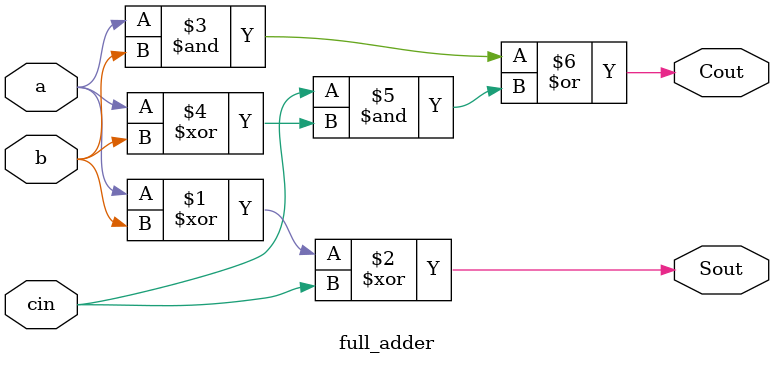
<source format=v>
`timescale 1ns / 1ps

module full_adder(
    input a,b,cin,  // taking inputs a,b and cin (carry in)
    output Sout,Cout //taking two outputs Sum and Carry
     );
     
    assign Sout = a ^ b ^ cin; // Sum is a XOR b XOR c
    assign Cout=(a&b) | cin&(a^b); //Cout is (a AND b) OR (cin AND(a XOR b))
    
endmodule

</source>
